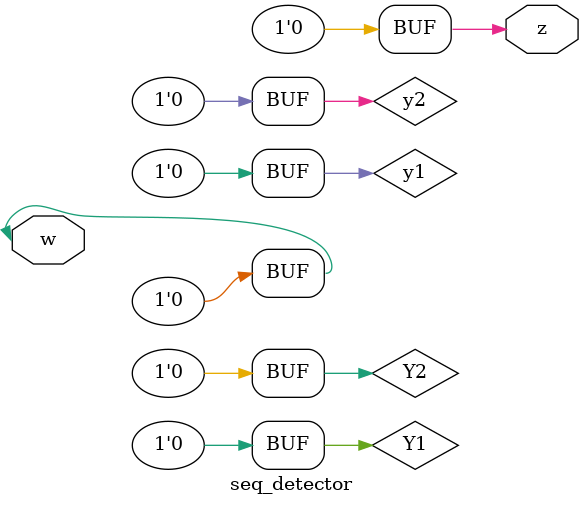
<source format=v>
module seq_detector(w,z);
input w;
output z;
wire z;
wire clk;
clock_gen Clockers(clk);


wire y1;
wire Y1;

wire y2;
wire Y2;

assign Y2=0;
assign Y1=0;
assign y2=0;
assign y1=0;

RisingEdge_DFlipFlop FFD1(Y1,clk,y1);
RisingEdge_DFlipFlop FFD2(Y2,clk,y2);
assign Y1 = (w & ~y2 & ~y1) | (~w & y2 & ~y1) | (w & y2 & y1);
assign Y2 = (~w & y2 & ~y1) | (w & ~y2 & y1);

assign z= (w & y1 & y2);

endmodule


</source>
